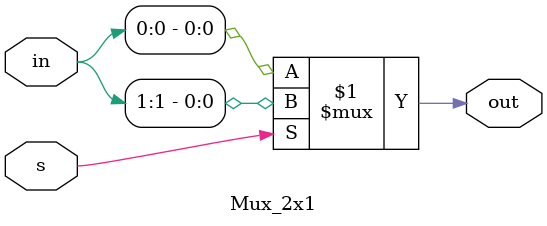
<source format=v>

module Mux_2x1(in,s,out);
input [1:0]in;
input s;
output out; 
assign out =s? in[1]: in[0]; 
endmodule

</source>
